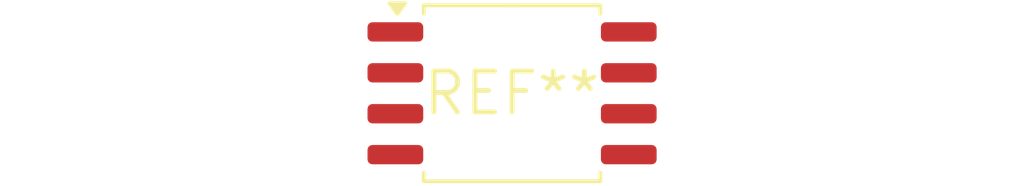
<source format=kicad_pcb>
(kicad_pcb (version 20240108) (generator pcbnew)
  (layers (0 "F.Cu" signal) (31 "B.Cu" signal) (34 "B.Paste" user) (35 "F.Paste" user) (36 "B.SilkS" user "B.Silkscreen") (37 "F.SilkS" user "F.Silkscreen") (38 "B.Mask" user) (39 "F.Mask" user) (44 "Edge.Cuts" user))
  (net 0 "")
  (footprint "SSOP-8_5.25x5.24mm_P1.27mm" (layer "F.Cu") (at 0 0)
    (property "Reference" "REF**")
    (property "Value" "SSOP-8_5.25x5.24mm_P1.27mm")
    (fp_line (start -2.735 -2.73) (end -2.735 -2.465) (layer "F.SilkS") (stroke (width 0.12)))
    (fp_line (start -2.735 2.73) (end -2.735 2.465) (layer "F.SilkS") (stroke (width 0.12)))
    (fp_line (start 0 -2.73) (end -2.735 -2.73) (layer "F.SilkS") (stroke (width 0.12)))
    (fp_line (start 0 -2.73) (end 2.735 -2.73) (layer "F.SilkS") (stroke (width 0.12)))
    (fp_line (start 0 2.73) (end -2.735 2.73) (layer "F.SilkS") (stroke (width 0.12)))
    (fp_line (start 0 2.73) (end 2.735 2.73) (layer "F.SilkS") (stroke (width 0.12)))
    (fp_line (start 2.735 -2.73) (end 2.735 -2.465) (layer "F.SilkS") (stroke (width 0.12)))
    (fp_line (start 2.735 2.73) (end 2.735 2.465) (layer "F.SilkS") (stroke (width 0.12)))
    (fp_poly (pts (xy -3.55 -2.465) (xy -3.79 -2.795) (xy -3.31 -2.795) (xy -3.55 -2.465)) (layer "F.SilkS") (stroke (width 0.12)) (fill solid))
    (pad "1" smd roundrect (at -3.6125 -1.905) (size 1.725 0.6) (layers "F.Cu" "F.Paste" "F.Mask"))
    (pad "2" smd roundrect (at -3.6125 -0.635) (size 1.725 0.6) (layers "F.Cu" "F.Paste" "F.Mask"))
    (pad "3" smd roundrect (at -3.6125 0.635) (size 1.725 0.6) (layers "F.Cu" "F.Paste" "F.Mask"))
    (pad "4" smd roundrect (at -3.6125 1.905) (size 1.725 0.6) (layers "F.Cu" "F.Paste" "F.Mask"))
    (pad "5" smd roundrect (at 3.6125 1.905) (size 1.725 0.6) (layers "F.Cu" "F.Paste" "F.Mask"))
    (pad "6" smd roundrect (at 3.6125 0.635) (size 1.725 0.6) (layers "F.Cu" "F.Paste" "F.Mask"))
    (pad "7" smd roundrect (at 3.6125 -0.635) (size 1.725 0.6) (layers "F.Cu" "F.Paste" "F.Mask"))
    (pad "8" smd roundrect (at 3.6125 -1.905) (size 1.725 0.6) (layers "F.Cu" "F.Paste" "F.Mask"))
  )
)
</source>
